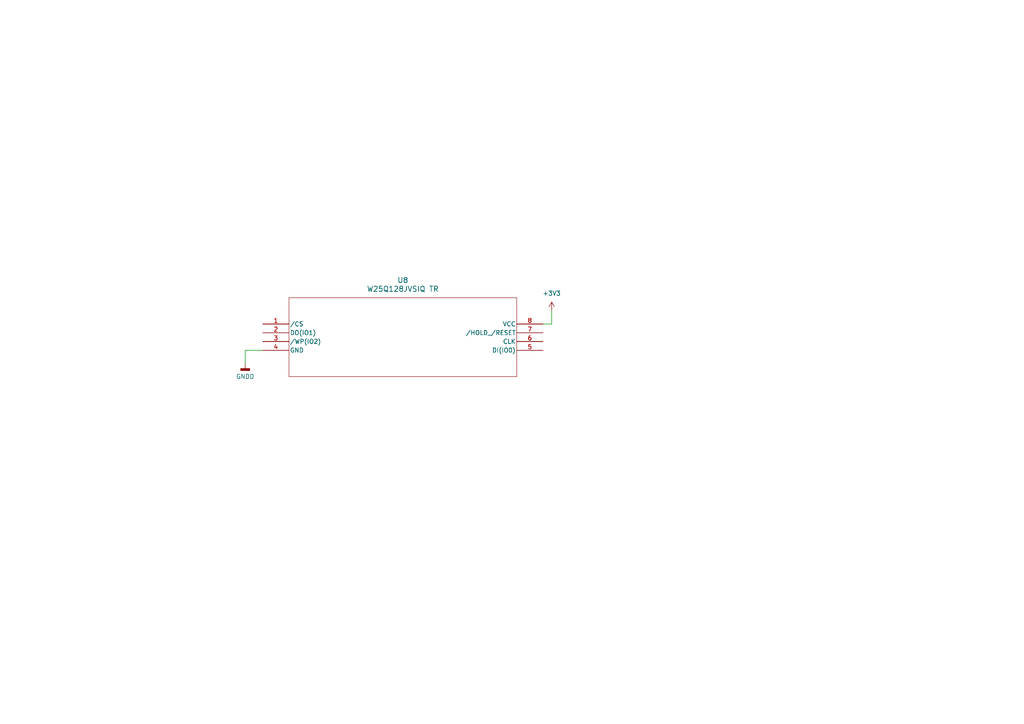
<source format=kicad_sch>
(kicad_sch (version 20230121) (generator eeschema)
  (paper "A4")
  (lib_symbols
    (symbol "TeenieWeenie:W25Q128JVSIQ_TR" (pin_names (offset 0.254))
      (property "Reference" "U" (at 40.64 12.7 0))
      (property "Value" "W25Q128JVSIQ TR" (at 40.64 10.16 0))
      (symbol "W25Q128JVSIQ_TR_0_1"
        (polyline (pts (xy 7.62 -15.24) (xy 73.66 -15.24)) (stroke (width 0.127)))
        (polyline (pts (xy 7.62 7.62) (xy 7.62 -15.24)) (stroke (width 0.127)))
        (polyline (pts (xy 73.66 -15.24) (xy 73.66 7.62)) (stroke (width 0.127)))
        (polyline (pts (xy 73.66 7.62) (xy 7.62 7.62)) (stroke (width 0.127)))
        (pin input line (at 0 0 0) (length 7.62) (name "/CS") (number "1"))
        (pin bidirectional line (at 0 -2.54 0) (length 7.62) (name "DO(IO1)") (number "2"))
        (pin bidirectional line (at 0 -5.08 0) (length 7.62) (name "/WP(IO2)") (number "3"))
        (pin power_out line (at 0 -7.62 0) (length 7.62) (name "GND") (number "4"))
        (pin bidirectional line (at 81.28 -7.62 180) (length 7.62) (name "DI(IO0)") (number "5"))
        (pin input line (at 81.28 -5.08 180) (length 7.62) (name "CLK") (number "6"))
        (pin bidirectional line (at 81.28 -2.54 180) (length 7.62) (name "/HOLD_/RESET") (number "7"))
        (pin power_in line (at 81.28 0 180) (length 7.62) (name "VCC") (number "8"))
      )
    )
    (symbol "power:+3V3" (power) (pin_names (offset 0))
      (property "Value" "+3V3" (at 0 3.556 0))
      (symbol "+3V3_0_1"
        (polyline (pts (xy -0.762 1.27) (xy 0 2.54)))
        (polyline (pts (xy 0 0) (xy 0 2.54)))
        (polyline (pts (xy 0 2.54) (xy 0.762 1.27)))
      )
      (symbol "+3V3_1_1"
        (pin power_in line (at 0 0 90) (length 0) hide (name "+3V3") (number "1"))
      )
    )
    (symbol "power:GNDD" (power) (pin_names (offset 0))
      (property "Value" "GNDD" (at 0 -3.175 0))
      (symbol "GNDD_0_1"
        (rectangle (start -1.27 -1.524) (end 1.27 -2.032) (stroke (width 0.254)) (fill (type outline)))
        (polyline (pts (xy 0 0) (xy 0 -1.524)))
      )
      (symbol "GNDD_1_1"
        (pin power_in line (at 0 0 270) (length 0) hide (name "GNDD") (number "1"))
      )
    )
  )
  (wire (pts (xy 160.02 93.98) (xy 160.02 90.17)))
  (wire (pts (xy 71.12 105.41) (xy 71.12 101.6)))
  (wire (pts (xy 157.48 93.98) (xy 160.02 93.98)))
  (wire (pts (xy 71.12 101.6) (xy 76.2 101.6)))
  (symbol (lib_id "power:GNDD") (at 71.12 105.41 0) (unit 1)
    (property "Reference" "#PWR040" (effects hide))
    (property "Value" "GNDD" (at 71.12 109.22 0))
  )
  (symbol (lib_id "TeenieWeenie:W25Q128JVSIQ_TR") (at 76.2 93.98 0) (unit 1)
    (property "Reference" "U8" (at 116.84 81.28 0) (effects (font (size 1.524 1.524))))
    (property "Value" "W25Q128JVSIQ TR" (at 116.84 83.82 0) (effects (font (size 1.524 1.524))))
    (property "Footprint" "SOIC_208MIL_WIN" (effects hide))
    (property "Datasheet" "W25Q128JVSIQ TR" (effects hide))
  )
  (symbol (lib_id "power:+3V3") (at 160.02 90.17 0) (unit 1)
    (property "Reference" "#PWR041" (effects hide))
    (property "Value" "+3V3" (at 160.02 85.09 0))
  )
)
</source>
